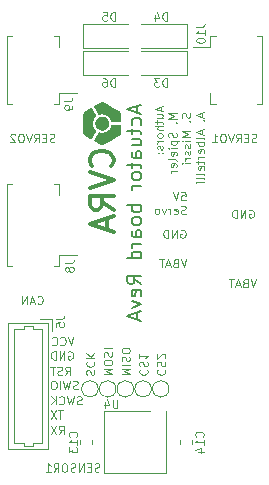
<source format=gbo>
G04 #@! TF.GenerationSoftware,KiCad,Pcbnew,(5.1.4-0-10_14)*
G04 #@! TF.CreationDate,2020-03-01T16:52:25+01:00*
G04 #@! TF.ProjectId,actuator-board,61637475-6174-46f7-922d-626f6172642e,A.1*
G04 #@! TF.SameCoordinates,Original*
G04 #@! TF.FileFunction,Legend,Bot*
G04 #@! TF.FilePolarity,Positive*
%FSLAX46Y46*%
G04 Gerber Fmt 4.6, Leading zero omitted, Abs format (unit mm)*
G04 Created by KiCad (PCBNEW (5.1.4-0-10_14)) date 2020-03-01 16:52:25*
%MOMM*%
%LPD*%
G04 APERTURE LIST*
%ADD10C,0.110000*%
%ADD11C,0.300000*%
%ADD12C,0.180000*%
%ADD13C,0.010000*%
%ADD14C,0.120000*%
G04 APERTURE END LIST*
D10*
X55995166Y-99383333D02*
X55895166Y-99416666D01*
X55728500Y-99416666D01*
X55661833Y-99383333D01*
X55628500Y-99350000D01*
X55595166Y-99283333D01*
X55595166Y-99216666D01*
X55628500Y-99150000D01*
X55661833Y-99116666D01*
X55728500Y-99083333D01*
X55861833Y-99050000D01*
X55928500Y-99016666D01*
X55961833Y-98983333D01*
X55995166Y-98916666D01*
X55995166Y-98850000D01*
X55961833Y-98783333D01*
X55928500Y-98750000D01*
X55861833Y-98716666D01*
X55695166Y-98716666D01*
X55595166Y-98750000D01*
X55295166Y-99050000D02*
X55061833Y-99050000D01*
X54961833Y-99416666D02*
X55295166Y-99416666D01*
X55295166Y-98716666D01*
X54961833Y-98716666D01*
X54661833Y-99416666D02*
X54661833Y-98716666D01*
X54261833Y-99416666D01*
X54261833Y-98716666D01*
X53961833Y-99383333D02*
X53861833Y-99416666D01*
X53695166Y-99416666D01*
X53628500Y-99383333D01*
X53595166Y-99350000D01*
X53561833Y-99283333D01*
X53561833Y-99216666D01*
X53595166Y-99150000D01*
X53628500Y-99116666D01*
X53695166Y-99083333D01*
X53828500Y-99050000D01*
X53895166Y-99016666D01*
X53928500Y-98983333D01*
X53961833Y-98916666D01*
X53961833Y-98850000D01*
X53928500Y-98783333D01*
X53895166Y-98750000D01*
X53828500Y-98716666D01*
X53661833Y-98716666D01*
X53561833Y-98750000D01*
X53128500Y-98716666D02*
X52995166Y-98716666D01*
X52928500Y-98750000D01*
X52861833Y-98816666D01*
X52828500Y-98950000D01*
X52828500Y-99183333D01*
X52861833Y-99316666D01*
X52928500Y-99383333D01*
X52995166Y-99416666D01*
X53128500Y-99416666D01*
X53195166Y-99383333D01*
X53261833Y-99316666D01*
X53295166Y-99183333D01*
X53295166Y-98950000D01*
X53261833Y-98816666D01*
X53195166Y-98750000D01*
X53128500Y-98716666D01*
X52128500Y-99416666D02*
X52361833Y-99083333D01*
X52528500Y-99416666D02*
X52528500Y-98716666D01*
X52261833Y-98716666D01*
X52195166Y-98750000D01*
X52161833Y-98783333D01*
X52128500Y-98850000D01*
X52128500Y-98950000D01*
X52161833Y-99016666D01*
X52195166Y-99050000D01*
X52261833Y-99083333D01*
X52528500Y-99083333D01*
X51461833Y-99416666D02*
X51861833Y-99416666D01*
X51661833Y-99416666D02*
X51661833Y-98716666D01*
X51728500Y-98816666D01*
X51795166Y-98883333D01*
X51861833Y-98916666D01*
X69295166Y-71483333D02*
X69195166Y-71516666D01*
X69028500Y-71516666D01*
X68961833Y-71483333D01*
X68928500Y-71450000D01*
X68895166Y-71383333D01*
X68895166Y-71316666D01*
X68928500Y-71250000D01*
X68961833Y-71216666D01*
X69028500Y-71183333D01*
X69161833Y-71150000D01*
X69228500Y-71116666D01*
X69261833Y-71083333D01*
X69295166Y-71016666D01*
X69295166Y-70950000D01*
X69261833Y-70883333D01*
X69228500Y-70850000D01*
X69161833Y-70816666D01*
X68995166Y-70816666D01*
X68895166Y-70850000D01*
X68595166Y-71150000D02*
X68361833Y-71150000D01*
X68261833Y-71516666D02*
X68595166Y-71516666D01*
X68595166Y-70816666D01*
X68261833Y-70816666D01*
X67561833Y-71516666D02*
X67795166Y-71183333D01*
X67961833Y-71516666D02*
X67961833Y-70816666D01*
X67695166Y-70816666D01*
X67628500Y-70850000D01*
X67595166Y-70883333D01*
X67561833Y-70950000D01*
X67561833Y-71050000D01*
X67595166Y-71116666D01*
X67628500Y-71150000D01*
X67695166Y-71183333D01*
X67961833Y-71183333D01*
X67361833Y-70816666D02*
X67128500Y-71516666D01*
X66895166Y-70816666D01*
X66528500Y-70816666D02*
X66395166Y-70816666D01*
X66328500Y-70850000D01*
X66261833Y-70916666D01*
X66228500Y-71050000D01*
X66228500Y-71283333D01*
X66261833Y-71416666D01*
X66328500Y-71483333D01*
X66395166Y-71516666D01*
X66528500Y-71516666D01*
X66595166Y-71483333D01*
X66661833Y-71416666D01*
X66695166Y-71283333D01*
X66695166Y-71050000D01*
X66661833Y-70916666D01*
X66595166Y-70850000D01*
X66528500Y-70816666D01*
X65561833Y-71516666D02*
X65961833Y-71516666D01*
X65761833Y-71516666D02*
X65761833Y-70816666D01*
X65828500Y-70916666D01*
X65895166Y-70983333D01*
X65961833Y-71016666D01*
X52195166Y-71483333D02*
X52095166Y-71516666D01*
X51928500Y-71516666D01*
X51861833Y-71483333D01*
X51828500Y-71450000D01*
X51795166Y-71383333D01*
X51795166Y-71316666D01*
X51828500Y-71250000D01*
X51861833Y-71216666D01*
X51928500Y-71183333D01*
X52061833Y-71150000D01*
X52128500Y-71116666D01*
X52161833Y-71083333D01*
X52195166Y-71016666D01*
X52195166Y-70950000D01*
X52161833Y-70883333D01*
X52128500Y-70850000D01*
X52061833Y-70816666D01*
X51895166Y-70816666D01*
X51795166Y-70850000D01*
X51495166Y-71150000D02*
X51261833Y-71150000D01*
X51161833Y-71516666D02*
X51495166Y-71516666D01*
X51495166Y-70816666D01*
X51161833Y-70816666D01*
X50461833Y-71516666D02*
X50695166Y-71183333D01*
X50861833Y-71516666D02*
X50861833Y-70816666D01*
X50595166Y-70816666D01*
X50528500Y-70850000D01*
X50495166Y-70883333D01*
X50461833Y-70950000D01*
X50461833Y-71050000D01*
X50495166Y-71116666D01*
X50528500Y-71150000D01*
X50595166Y-71183333D01*
X50861833Y-71183333D01*
X50261833Y-70816666D02*
X50028500Y-71516666D01*
X49795166Y-70816666D01*
X49428500Y-70816666D02*
X49295166Y-70816666D01*
X49228500Y-70850000D01*
X49161833Y-70916666D01*
X49128500Y-71050000D01*
X49128500Y-71283333D01*
X49161833Y-71416666D01*
X49228500Y-71483333D01*
X49295166Y-71516666D01*
X49428500Y-71516666D01*
X49495166Y-71483333D01*
X49561833Y-71416666D01*
X49595166Y-71283333D01*
X49595166Y-71050000D01*
X49561833Y-70916666D01*
X49495166Y-70850000D01*
X49428500Y-70816666D01*
X48861833Y-70883333D02*
X48828500Y-70850000D01*
X48761833Y-70816666D01*
X48595166Y-70816666D01*
X48528500Y-70850000D01*
X48495166Y-70883333D01*
X48461833Y-70950000D01*
X48461833Y-71016666D01*
X48495166Y-71116666D01*
X48895166Y-71516666D01*
X48461833Y-71516666D01*
X50761833Y-85150000D02*
X50795166Y-85183333D01*
X50895166Y-85216666D01*
X50961833Y-85216666D01*
X51061833Y-85183333D01*
X51128500Y-85116666D01*
X51161833Y-85050000D01*
X51195166Y-84916666D01*
X51195166Y-84816666D01*
X51161833Y-84683333D01*
X51128500Y-84616666D01*
X51061833Y-84550000D01*
X50961833Y-84516666D01*
X50895166Y-84516666D01*
X50795166Y-84550000D01*
X50761833Y-84583333D01*
X50495166Y-85016666D02*
X50161833Y-85016666D01*
X50561833Y-85216666D02*
X50328500Y-84516666D01*
X50095166Y-85216666D01*
X49861833Y-85216666D02*
X49861833Y-84516666D01*
X49461833Y-85216666D01*
X49461833Y-84516666D01*
X68695166Y-77250000D02*
X68761833Y-77216666D01*
X68861833Y-77216666D01*
X68961833Y-77250000D01*
X69028500Y-77316666D01*
X69061833Y-77383333D01*
X69095166Y-77516666D01*
X69095166Y-77616666D01*
X69061833Y-77750000D01*
X69028500Y-77816666D01*
X68961833Y-77883333D01*
X68861833Y-77916666D01*
X68795166Y-77916666D01*
X68695166Y-77883333D01*
X68661833Y-77850000D01*
X68661833Y-77616666D01*
X68795166Y-77616666D01*
X68361833Y-77916666D02*
X68361833Y-77216666D01*
X67961833Y-77916666D01*
X67961833Y-77216666D01*
X67628500Y-77916666D02*
X67628500Y-77216666D01*
X67461833Y-77216666D01*
X67361833Y-77250000D01*
X67295166Y-77316666D01*
X67261833Y-77383333D01*
X67228500Y-77516666D01*
X67228500Y-77616666D01*
X67261833Y-77750000D01*
X67295166Y-77816666D01*
X67361833Y-77883333D01*
X67461833Y-77916666D01*
X67628500Y-77916666D01*
X69261833Y-83116666D02*
X69028500Y-83816666D01*
X68795166Y-83116666D01*
X68328500Y-83450000D02*
X68228500Y-83483333D01*
X68195166Y-83516666D01*
X68161833Y-83583333D01*
X68161833Y-83683333D01*
X68195166Y-83750000D01*
X68228500Y-83783333D01*
X68295166Y-83816666D01*
X68561833Y-83816666D01*
X68561833Y-83116666D01*
X68328500Y-83116666D01*
X68261833Y-83150000D01*
X68228500Y-83183333D01*
X68195166Y-83250000D01*
X68195166Y-83316666D01*
X68228500Y-83383333D01*
X68261833Y-83416666D01*
X68328500Y-83450000D01*
X68561833Y-83450000D01*
X67895166Y-83616666D02*
X67561833Y-83616666D01*
X67961833Y-83816666D02*
X67728500Y-83116666D01*
X67495166Y-83816666D01*
X67361833Y-83116666D02*
X66961833Y-83116666D01*
X67161833Y-83816666D02*
X67161833Y-83116666D01*
X63361833Y-81416666D02*
X63128500Y-82116666D01*
X62895166Y-81416666D01*
X62428500Y-81750000D02*
X62328500Y-81783333D01*
X62295166Y-81816666D01*
X62261833Y-81883333D01*
X62261833Y-81983333D01*
X62295166Y-82050000D01*
X62328500Y-82083333D01*
X62395166Y-82116666D01*
X62661833Y-82116666D01*
X62661833Y-81416666D01*
X62428500Y-81416666D01*
X62361833Y-81450000D01*
X62328500Y-81483333D01*
X62295166Y-81550000D01*
X62295166Y-81616666D01*
X62328500Y-81683333D01*
X62361833Y-81716666D01*
X62428500Y-81750000D01*
X62661833Y-81750000D01*
X61995166Y-81916666D02*
X61661833Y-81916666D01*
X62061833Y-82116666D02*
X61828500Y-81416666D01*
X61595166Y-82116666D01*
X61461833Y-81416666D02*
X61061833Y-81416666D01*
X61261833Y-82116666D02*
X61261833Y-81416666D01*
X62895166Y-78950000D02*
X62961833Y-78916666D01*
X63061833Y-78916666D01*
X63161833Y-78950000D01*
X63228500Y-79016666D01*
X63261833Y-79083333D01*
X63295166Y-79216666D01*
X63295166Y-79316666D01*
X63261833Y-79450000D01*
X63228500Y-79516666D01*
X63161833Y-79583333D01*
X63061833Y-79616666D01*
X62995166Y-79616666D01*
X62895166Y-79583333D01*
X62861833Y-79550000D01*
X62861833Y-79316666D01*
X62995166Y-79316666D01*
X62561833Y-79616666D02*
X62561833Y-78916666D01*
X62161833Y-79616666D01*
X62161833Y-78916666D01*
X61828500Y-79616666D02*
X61828500Y-78916666D01*
X61661833Y-78916666D01*
X61561833Y-78950000D01*
X61495166Y-79016666D01*
X61461833Y-79083333D01*
X61428500Y-79216666D01*
X61428500Y-79316666D01*
X61461833Y-79450000D01*
X61495166Y-79516666D01*
X61561833Y-79583333D01*
X61661833Y-79616666D01*
X61828500Y-79616666D01*
X62928500Y-75736666D02*
X63261833Y-75736666D01*
X63295166Y-76070000D01*
X63261833Y-76036666D01*
X63195166Y-76003333D01*
X63028500Y-76003333D01*
X62961833Y-76036666D01*
X62928500Y-76070000D01*
X62895166Y-76136666D01*
X62895166Y-76303333D01*
X62928500Y-76370000D01*
X62961833Y-76403333D01*
X63028500Y-76436666D01*
X63195166Y-76436666D01*
X63261833Y-76403333D01*
X63295166Y-76370000D01*
X62695166Y-75736666D02*
X62461833Y-76436666D01*
X62228500Y-75736666D01*
X63295166Y-77563333D02*
X63195166Y-77596666D01*
X63028500Y-77596666D01*
X62961833Y-77563333D01*
X62928500Y-77530000D01*
X62895166Y-77463333D01*
X62895166Y-77396666D01*
X62928500Y-77330000D01*
X62961833Y-77296666D01*
X63028500Y-77263333D01*
X63161833Y-77230000D01*
X63228500Y-77196666D01*
X63261833Y-77163333D01*
X63295166Y-77096666D01*
X63295166Y-77030000D01*
X63261833Y-76963333D01*
X63228500Y-76930000D01*
X63161833Y-76896666D01*
X62995166Y-76896666D01*
X62895166Y-76930000D01*
X62328500Y-77563333D02*
X62395166Y-77596666D01*
X62528500Y-77596666D01*
X62595166Y-77563333D01*
X62628500Y-77496666D01*
X62628500Y-77230000D01*
X62595166Y-77163333D01*
X62528500Y-77130000D01*
X62395166Y-77130000D01*
X62328500Y-77163333D01*
X62295166Y-77230000D01*
X62295166Y-77296666D01*
X62628500Y-77363333D01*
X61995166Y-77596666D02*
X61995166Y-77130000D01*
X61995166Y-77263333D02*
X61961833Y-77196666D01*
X61928500Y-77163333D01*
X61861833Y-77130000D01*
X61795166Y-77130000D01*
X61628500Y-77130000D02*
X61461833Y-77596666D01*
X61295166Y-77130000D01*
X60928500Y-77596666D02*
X60995166Y-77563333D01*
X61028500Y-77530000D01*
X61061833Y-77463333D01*
X61061833Y-77263333D01*
X61028500Y-77196666D01*
X60995166Y-77163333D01*
X60928500Y-77130000D01*
X60828500Y-77130000D01*
X60761833Y-77163333D01*
X60728500Y-77196666D01*
X60695166Y-77263333D01*
X60695166Y-77463333D01*
X60728500Y-77530000D01*
X60761833Y-77563333D01*
X60828500Y-77596666D01*
X60928500Y-77596666D01*
X60950000Y-90761833D02*
X60916666Y-90795166D01*
X60883333Y-90895166D01*
X60883333Y-90961833D01*
X60916666Y-91061833D01*
X60983333Y-91128500D01*
X61050000Y-91161833D01*
X61183333Y-91195166D01*
X61283333Y-91195166D01*
X61416666Y-91161833D01*
X61483333Y-91128500D01*
X61550000Y-91061833D01*
X61583333Y-90961833D01*
X61583333Y-90895166D01*
X61550000Y-90795166D01*
X61516666Y-90761833D01*
X60916666Y-90495166D02*
X60883333Y-90395166D01*
X60883333Y-90228500D01*
X60916666Y-90161833D01*
X60950000Y-90128500D01*
X61016666Y-90095166D01*
X61083333Y-90095166D01*
X61150000Y-90128500D01*
X61183333Y-90161833D01*
X61216666Y-90228500D01*
X61250000Y-90361833D01*
X61283333Y-90428500D01*
X61316666Y-90461833D01*
X61383333Y-90495166D01*
X61450000Y-90495166D01*
X61516666Y-90461833D01*
X61550000Y-90428500D01*
X61583333Y-90361833D01*
X61583333Y-90195166D01*
X61550000Y-90095166D01*
X61516666Y-89828500D02*
X61550000Y-89795166D01*
X61583333Y-89728500D01*
X61583333Y-89561833D01*
X61550000Y-89495166D01*
X61516666Y-89461833D01*
X61450000Y-89428500D01*
X61383333Y-89428500D01*
X61283333Y-89461833D01*
X60883333Y-89861833D01*
X60883333Y-89428500D01*
X59450000Y-90761833D02*
X59416666Y-90795166D01*
X59383333Y-90895166D01*
X59383333Y-90961833D01*
X59416666Y-91061833D01*
X59483333Y-91128500D01*
X59550000Y-91161833D01*
X59683333Y-91195166D01*
X59783333Y-91195166D01*
X59916666Y-91161833D01*
X59983333Y-91128500D01*
X60050000Y-91061833D01*
X60083333Y-90961833D01*
X60083333Y-90895166D01*
X60050000Y-90795166D01*
X60016666Y-90761833D01*
X59416666Y-90495166D02*
X59383333Y-90395166D01*
X59383333Y-90228500D01*
X59416666Y-90161833D01*
X59450000Y-90128500D01*
X59516666Y-90095166D01*
X59583333Y-90095166D01*
X59650000Y-90128500D01*
X59683333Y-90161833D01*
X59716666Y-90228500D01*
X59750000Y-90361833D01*
X59783333Y-90428500D01*
X59816666Y-90461833D01*
X59883333Y-90495166D01*
X59950000Y-90495166D01*
X60016666Y-90461833D01*
X60050000Y-90428500D01*
X60083333Y-90361833D01*
X60083333Y-90195166D01*
X60050000Y-90095166D01*
X59383333Y-89428500D02*
X59383333Y-89828500D01*
X59383333Y-89628500D02*
X60083333Y-89628500D01*
X59983333Y-89695166D01*
X59916666Y-89761833D01*
X59883333Y-89828500D01*
X57883333Y-91161833D02*
X58583333Y-91161833D01*
X58083333Y-90928500D01*
X58583333Y-90695166D01*
X57883333Y-90695166D01*
X57883333Y-90361833D02*
X58583333Y-90361833D01*
X57916666Y-90061833D02*
X57883333Y-89961833D01*
X57883333Y-89795166D01*
X57916666Y-89728500D01*
X57950000Y-89695166D01*
X58016666Y-89661833D01*
X58083333Y-89661833D01*
X58150000Y-89695166D01*
X58183333Y-89728500D01*
X58216666Y-89795166D01*
X58250000Y-89928500D01*
X58283333Y-89995166D01*
X58316666Y-90028500D01*
X58383333Y-90061833D01*
X58450000Y-90061833D01*
X58516666Y-90028500D01*
X58550000Y-89995166D01*
X58583333Y-89928500D01*
X58583333Y-89761833D01*
X58550000Y-89661833D01*
X58583333Y-89228500D02*
X58583333Y-89095166D01*
X58550000Y-89028500D01*
X58483333Y-88961833D01*
X58350000Y-88928500D01*
X58116666Y-88928500D01*
X57983333Y-88961833D01*
X57916666Y-89028500D01*
X57883333Y-89095166D01*
X57883333Y-89228500D01*
X57916666Y-89295166D01*
X57983333Y-89361833D01*
X58116666Y-89395166D01*
X58350000Y-89395166D01*
X58483333Y-89361833D01*
X58550000Y-89295166D01*
X58583333Y-89228500D01*
X56383333Y-91161833D02*
X57083333Y-91161833D01*
X56583333Y-90928500D01*
X57083333Y-90695166D01*
X56383333Y-90695166D01*
X57083333Y-90228500D02*
X57083333Y-90095166D01*
X57050000Y-90028500D01*
X56983333Y-89961833D01*
X56850000Y-89928500D01*
X56616666Y-89928500D01*
X56483333Y-89961833D01*
X56416666Y-90028500D01*
X56383333Y-90095166D01*
X56383333Y-90228500D01*
X56416666Y-90295166D01*
X56483333Y-90361833D01*
X56616666Y-90395166D01*
X56850000Y-90395166D01*
X56983333Y-90361833D01*
X57050000Y-90295166D01*
X57083333Y-90228500D01*
X56416666Y-89661833D02*
X56383333Y-89561833D01*
X56383333Y-89395166D01*
X56416666Y-89328500D01*
X56450000Y-89295166D01*
X56516666Y-89261833D01*
X56583333Y-89261833D01*
X56650000Y-89295166D01*
X56683333Y-89328500D01*
X56716666Y-89395166D01*
X56750000Y-89528500D01*
X56783333Y-89595166D01*
X56816666Y-89628500D01*
X56883333Y-89661833D01*
X56950000Y-89661833D01*
X57016666Y-89628500D01*
X57050000Y-89595166D01*
X57083333Y-89528500D01*
X57083333Y-89361833D01*
X57050000Y-89261833D01*
X56383333Y-88961833D02*
X57083333Y-88961833D01*
X54916666Y-91195166D02*
X54883333Y-91095166D01*
X54883333Y-90928500D01*
X54916666Y-90861833D01*
X54950000Y-90828500D01*
X55016666Y-90795166D01*
X55083333Y-90795166D01*
X55150000Y-90828500D01*
X55183333Y-90861833D01*
X55216666Y-90928500D01*
X55250000Y-91061833D01*
X55283333Y-91128500D01*
X55316666Y-91161833D01*
X55383333Y-91195166D01*
X55450000Y-91195166D01*
X55516666Y-91161833D01*
X55550000Y-91128500D01*
X55583333Y-91061833D01*
X55583333Y-90895166D01*
X55550000Y-90795166D01*
X54950000Y-90095166D02*
X54916666Y-90128500D01*
X54883333Y-90228500D01*
X54883333Y-90295166D01*
X54916666Y-90395166D01*
X54983333Y-90461833D01*
X55050000Y-90495166D01*
X55183333Y-90528500D01*
X55283333Y-90528500D01*
X55416666Y-90495166D01*
X55483333Y-90461833D01*
X55550000Y-90395166D01*
X55583333Y-90295166D01*
X55583333Y-90228500D01*
X55550000Y-90128500D01*
X55516666Y-90095166D01*
X54883333Y-89795166D02*
X55583333Y-89795166D01*
X54883333Y-89395166D02*
X55283333Y-89695166D01*
X55583333Y-89395166D02*
X55183333Y-89795166D01*
X52571500Y-96216666D02*
X52804833Y-95883333D01*
X52971500Y-96216666D02*
X52971500Y-95516666D01*
X52704833Y-95516666D01*
X52638166Y-95550000D01*
X52604833Y-95583333D01*
X52571500Y-95650000D01*
X52571500Y-95750000D01*
X52604833Y-95816666D01*
X52638166Y-95850000D01*
X52704833Y-95883333D01*
X52971500Y-95883333D01*
X52338166Y-95516666D02*
X51871500Y-96216666D01*
X51871500Y-95516666D02*
X52338166Y-96216666D01*
X52904833Y-94216666D02*
X52504833Y-94216666D01*
X52704833Y-94916666D02*
X52704833Y-94216666D01*
X52338166Y-94216666D02*
X51871500Y-94916666D01*
X51871500Y-94216666D02*
X52338166Y-94916666D01*
X54504833Y-93683333D02*
X54404833Y-93716666D01*
X54238166Y-93716666D01*
X54171500Y-93683333D01*
X54138166Y-93650000D01*
X54104833Y-93583333D01*
X54104833Y-93516666D01*
X54138166Y-93450000D01*
X54171500Y-93416666D01*
X54238166Y-93383333D01*
X54371500Y-93350000D01*
X54438166Y-93316666D01*
X54471500Y-93283333D01*
X54504833Y-93216666D01*
X54504833Y-93150000D01*
X54471500Y-93083333D01*
X54438166Y-93050000D01*
X54371500Y-93016666D01*
X54204833Y-93016666D01*
X54104833Y-93050000D01*
X53871500Y-93016666D02*
X53704833Y-93716666D01*
X53571500Y-93216666D01*
X53438166Y-93716666D01*
X53271500Y-93016666D01*
X52604833Y-93650000D02*
X52638166Y-93683333D01*
X52738166Y-93716666D01*
X52804833Y-93716666D01*
X52904833Y-93683333D01*
X52971500Y-93616666D01*
X53004833Y-93550000D01*
X53038166Y-93416666D01*
X53038166Y-93316666D01*
X53004833Y-93183333D01*
X52971500Y-93116666D01*
X52904833Y-93050000D01*
X52804833Y-93016666D01*
X52738166Y-93016666D01*
X52638166Y-93050000D01*
X52604833Y-93083333D01*
X52304833Y-93716666D02*
X52304833Y-93016666D01*
X51904833Y-93716666D02*
X52204833Y-93316666D01*
X51904833Y-93016666D02*
X52304833Y-93416666D01*
X54171500Y-92383333D02*
X54071500Y-92416666D01*
X53904833Y-92416666D01*
X53838166Y-92383333D01*
X53804833Y-92350000D01*
X53771500Y-92283333D01*
X53771500Y-92216666D01*
X53804833Y-92150000D01*
X53838166Y-92116666D01*
X53904833Y-92083333D01*
X54038166Y-92050000D01*
X54104833Y-92016666D01*
X54138166Y-91983333D01*
X54171500Y-91916666D01*
X54171500Y-91850000D01*
X54138166Y-91783333D01*
X54104833Y-91750000D01*
X54038166Y-91716666D01*
X53871500Y-91716666D01*
X53771500Y-91750000D01*
X53538166Y-91716666D02*
X53371500Y-92416666D01*
X53238166Y-91916666D01*
X53104833Y-92416666D01*
X52938166Y-91716666D01*
X52671500Y-92416666D02*
X52671500Y-91716666D01*
X52204833Y-91716666D02*
X52071500Y-91716666D01*
X52004833Y-91750000D01*
X51938166Y-91816666D01*
X51904833Y-91950000D01*
X51904833Y-92183333D01*
X51938166Y-92316666D01*
X52004833Y-92383333D01*
X52071500Y-92416666D01*
X52204833Y-92416666D01*
X52271500Y-92383333D01*
X52338166Y-92316666D01*
X52371500Y-92183333D01*
X52371500Y-91950000D01*
X52338166Y-91816666D01*
X52271500Y-91750000D01*
X52204833Y-91716666D01*
X53104833Y-91216666D02*
X53338166Y-90883333D01*
X53504833Y-91216666D02*
X53504833Y-90516666D01*
X53238166Y-90516666D01*
X53171500Y-90550000D01*
X53138166Y-90583333D01*
X53104833Y-90650000D01*
X53104833Y-90750000D01*
X53138166Y-90816666D01*
X53171500Y-90850000D01*
X53238166Y-90883333D01*
X53504833Y-90883333D01*
X52838166Y-91183333D02*
X52738166Y-91216666D01*
X52571500Y-91216666D01*
X52504833Y-91183333D01*
X52471500Y-91150000D01*
X52438166Y-91083333D01*
X52438166Y-91016666D01*
X52471500Y-90950000D01*
X52504833Y-90916666D01*
X52571500Y-90883333D01*
X52704833Y-90850000D01*
X52771500Y-90816666D01*
X52804833Y-90783333D01*
X52838166Y-90716666D01*
X52838166Y-90650000D01*
X52804833Y-90583333D01*
X52771500Y-90550000D01*
X52704833Y-90516666D01*
X52538166Y-90516666D01*
X52438166Y-90550000D01*
X52238166Y-90516666D02*
X51838166Y-90516666D01*
X52038166Y-91216666D02*
X52038166Y-90516666D01*
X53371500Y-89250000D02*
X53438166Y-89216666D01*
X53538166Y-89216666D01*
X53638166Y-89250000D01*
X53704833Y-89316666D01*
X53738166Y-89383333D01*
X53771500Y-89516666D01*
X53771500Y-89616666D01*
X53738166Y-89750000D01*
X53704833Y-89816666D01*
X53638166Y-89883333D01*
X53538166Y-89916666D01*
X53471500Y-89916666D01*
X53371500Y-89883333D01*
X53338166Y-89850000D01*
X53338166Y-89616666D01*
X53471500Y-89616666D01*
X53038166Y-89916666D02*
X53038166Y-89216666D01*
X52638166Y-89916666D01*
X52638166Y-89216666D01*
X52304833Y-89916666D02*
X52304833Y-89216666D01*
X52138166Y-89216666D01*
X52038166Y-89250000D01*
X51971500Y-89316666D01*
X51938166Y-89383333D01*
X51904833Y-89516666D01*
X51904833Y-89616666D01*
X51938166Y-89750000D01*
X51971500Y-89816666D01*
X52038166Y-89883333D01*
X52138166Y-89916666D01*
X52304833Y-89916666D01*
X53804833Y-88016666D02*
X53571500Y-88716666D01*
X53338166Y-88016666D01*
X52704833Y-88650000D02*
X52738166Y-88683333D01*
X52838166Y-88716666D01*
X52904833Y-88716666D01*
X53004833Y-88683333D01*
X53071500Y-88616666D01*
X53104833Y-88550000D01*
X53138166Y-88416666D01*
X53138166Y-88316666D01*
X53104833Y-88183333D01*
X53071500Y-88116666D01*
X53004833Y-88050000D01*
X52904833Y-88016666D01*
X52838166Y-88016666D01*
X52738166Y-88050000D01*
X52704833Y-88083333D01*
X52004833Y-88650000D02*
X52038166Y-88683333D01*
X52138166Y-88716666D01*
X52204833Y-88716666D01*
X52304833Y-88683333D01*
X52371500Y-88616666D01*
X52404833Y-88550000D01*
X52438166Y-88416666D01*
X52438166Y-88316666D01*
X52404833Y-88183333D01*
X52371500Y-88116666D01*
X52304833Y-88050000D01*
X52204833Y-88016666D01*
X52138166Y-88016666D01*
X52038166Y-88050000D01*
X52004833Y-88083333D01*
D11*
X57014285Y-73504761D02*
X57109523Y-73409523D01*
X57204761Y-73123809D01*
X57204761Y-72933333D01*
X57109523Y-72647619D01*
X56919047Y-72457142D01*
X56728571Y-72361904D01*
X56347619Y-72266666D01*
X56061904Y-72266666D01*
X55680952Y-72361904D01*
X55490476Y-72457142D01*
X55300000Y-72647619D01*
X55204761Y-72933333D01*
X55204761Y-73123809D01*
X55300000Y-73409523D01*
X55395238Y-73504761D01*
X55204761Y-74076190D02*
X57204761Y-74742857D01*
X55204761Y-75409523D01*
X57204761Y-77219047D02*
X56252380Y-76552380D01*
X57204761Y-76076190D02*
X55204761Y-76076190D01*
X55204761Y-76838095D01*
X55300000Y-77028571D01*
X55395238Y-77123809D01*
X55585714Y-77219047D01*
X55871428Y-77219047D01*
X56061904Y-77123809D01*
X56157142Y-77028571D01*
X56252380Y-76838095D01*
X56252380Y-76076190D01*
X56633333Y-77980952D02*
X56633333Y-78933333D01*
X57204761Y-77790476D02*
X55204761Y-78457142D01*
X57204761Y-79123809D01*
D10*
X61176666Y-68504833D02*
X61176666Y-68838166D01*
X61376666Y-68438166D02*
X60676666Y-68671500D01*
X61376666Y-68904833D01*
X60910000Y-69438166D02*
X61376666Y-69438166D01*
X60910000Y-69138166D02*
X61276666Y-69138166D01*
X61343333Y-69171500D01*
X61376666Y-69238166D01*
X61376666Y-69338166D01*
X61343333Y-69404833D01*
X61310000Y-69438166D01*
X60910000Y-69671500D02*
X60910000Y-69938166D01*
X60676666Y-69771500D02*
X61276666Y-69771500D01*
X61343333Y-69804833D01*
X61376666Y-69871500D01*
X61376666Y-69938166D01*
X61376666Y-70171500D02*
X60676666Y-70171500D01*
X61376666Y-70471500D02*
X61010000Y-70471500D01*
X60943333Y-70438166D01*
X60910000Y-70371500D01*
X60910000Y-70271500D01*
X60943333Y-70204833D01*
X60976666Y-70171500D01*
X61376666Y-70904833D02*
X61343333Y-70838166D01*
X61310000Y-70804833D01*
X61243333Y-70771500D01*
X61043333Y-70771500D01*
X60976666Y-70804833D01*
X60943333Y-70838166D01*
X60910000Y-70904833D01*
X60910000Y-71004833D01*
X60943333Y-71071500D01*
X60976666Y-71104833D01*
X61043333Y-71138166D01*
X61243333Y-71138166D01*
X61310000Y-71104833D01*
X61343333Y-71071500D01*
X61376666Y-71004833D01*
X61376666Y-70904833D01*
X61376666Y-71438166D02*
X60910000Y-71438166D01*
X61043333Y-71438166D02*
X60976666Y-71471500D01*
X60943333Y-71504833D01*
X60910000Y-71571500D01*
X60910000Y-71638166D01*
X61343333Y-71838166D02*
X61376666Y-71904833D01*
X61376666Y-72038166D01*
X61343333Y-72104833D01*
X61276666Y-72138166D01*
X61243333Y-72138166D01*
X61176666Y-72104833D01*
X61143333Y-72038166D01*
X61143333Y-71938166D01*
X61110000Y-71871500D01*
X61043333Y-71838166D01*
X61010000Y-71838166D01*
X60943333Y-71871500D01*
X60910000Y-71938166D01*
X60910000Y-72038166D01*
X60943333Y-72104833D01*
X61310000Y-72438166D02*
X61343333Y-72471500D01*
X61376666Y-72438166D01*
X61343333Y-72404833D01*
X61310000Y-72438166D01*
X61376666Y-72438166D01*
X60943333Y-72438166D02*
X60976666Y-72471500D01*
X61010000Y-72438166D01*
X60976666Y-72404833D01*
X60943333Y-72438166D01*
X61010000Y-72438166D01*
X62536666Y-69071500D02*
X61836666Y-69071500D01*
X62336666Y-69304833D01*
X61836666Y-69538166D01*
X62536666Y-69538166D01*
X62470000Y-69871500D02*
X62503333Y-69904833D01*
X62536666Y-69871500D01*
X62503333Y-69838166D01*
X62470000Y-69871500D01*
X62536666Y-69871500D01*
X62503333Y-70704833D02*
X62536666Y-70804833D01*
X62536666Y-70971500D01*
X62503333Y-71038166D01*
X62470000Y-71071500D01*
X62403333Y-71104833D01*
X62336666Y-71104833D01*
X62270000Y-71071500D01*
X62236666Y-71038166D01*
X62203333Y-70971500D01*
X62170000Y-70838166D01*
X62136666Y-70771500D01*
X62103333Y-70738166D01*
X62036666Y-70704833D01*
X61970000Y-70704833D01*
X61903333Y-70738166D01*
X61870000Y-70771500D01*
X61836666Y-70838166D01*
X61836666Y-71004833D01*
X61870000Y-71104833D01*
X62070000Y-71404833D02*
X62770000Y-71404833D01*
X62103333Y-71404833D02*
X62070000Y-71471500D01*
X62070000Y-71604833D01*
X62103333Y-71671500D01*
X62136666Y-71704833D01*
X62203333Y-71738166D01*
X62403333Y-71738166D01*
X62470000Y-71704833D01*
X62503333Y-71671500D01*
X62536666Y-71604833D01*
X62536666Y-71471500D01*
X62503333Y-71404833D01*
X62536666Y-72038166D02*
X62070000Y-72038166D01*
X61836666Y-72038166D02*
X61870000Y-72004833D01*
X61903333Y-72038166D01*
X61870000Y-72071500D01*
X61836666Y-72038166D01*
X61903333Y-72038166D01*
X62503333Y-72638166D02*
X62536666Y-72571500D01*
X62536666Y-72438166D01*
X62503333Y-72371500D01*
X62436666Y-72338166D01*
X62170000Y-72338166D01*
X62103333Y-72371500D01*
X62070000Y-72438166D01*
X62070000Y-72571500D01*
X62103333Y-72638166D01*
X62170000Y-72671500D01*
X62236666Y-72671500D01*
X62303333Y-72338166D01*
X62536666Y-73071500D02*
X62503333Y-73004833D01*
X62436666Y-72971500D01*
X61836666Y-72971500D01*
X62503333Y-73604833D02*
X62536666Y-73538166D01*
X62536666Y-73404833D01*
X62503333Y-73338166D01*
X62436666Y-73304833D01*
X62170000Y-73304833D01*
X62103333Y-73338166D01*
X62070000Y-73404833D01*
X62070000Y-73538166D01*
X62103333Y-73604833D01*
X62170000Y-73638166D01*
X62236666Y-73638166D01*
X62303333Y-73304833D01*
X62536666Y-73938166D02*
X62070000Y-73938166D01*
X62203333Y-73938166D02*
X62136666Y-73971500D01*
X62103333Y-74004833D01*
X62070000Y-74071500D01*
X62070000Y-74138166D01*
X63663333Y-69038166D02*
X63696666Y-69138166D01*
X63696666Y-69304833D01*
X63663333Y-69371500D01*
X63630000Y-69404833D01*
X63563333Y-69438166D01*
X63496666Y-69438166D01*
X63430000Y-69404833D01*
X63396666Y-69371500D01*
X63363333Y-69304833D01*
X63330000Y-69171500D01*
X63296666Y-69104833D01*
X63263333Y-69071500D01*
X63196666Y-69038166D01*
X63130000Y-69038166D01*
X63063333Y-69071500D01*
X63030000Y-69104833D01*
X62996666Y-69171500D01*
X62996666Y-69338166D01*
X63030000Y-69438166D01*
X63630000Y-69738166D02*
X63663333Y-69771500D01*
X63696666Y-69738166D01*
X63663333Y-69704833D01*
X63630000Y-69738166D01*
X63696666Y-69738166D01*
X63696666Y-70604833D02*
X62996666Y-70604833D01*
X63496666Y-70838166D01*
X62996666Y-71071500D01*
X63696666Y-71071500D01*
X63696666Y-71404833D02*
X63230000Y-71404833D01*
X62996666Y-71404833D02*
X63030000Y-71371500D01*
X63063333Y-71404833D01*
X63030000Y-71438166D01*
X62996666Y-71404833D01*
X63063333Y-71404833D01*
X63663333Y-71704833D02*
X63696666Y-71771500D01*
X63696666Y-71904833D01*
X63663333Y-71971500D01*
X63596666Y-72004833D01*
X63563333Y-72004833D01*
X63496666Y-71971500D01*
X63463333Y-71904833D01*
X63463333Y-71804833D01*
X63430000Y-71738166D01*
X63363333Y-71704833D01*
X63330000Y-71704833D01*
X63263333Y-71738166D01*
X63230000Y-71804833D01*
X63230000Y-71904833D01*
X63263333Y-71971500D01*
X63663333Y-72271500D02*
X63696666Y-72338166D01*
X63696666Y-72471500D01*
X63663333Y-72538166D01*
X63596666Y-72571500D01*
X63563333Y-72571500D01*
X63496666Y-72538166D01*
X63463333Y-72471500D01*
X63463333Y-72371500D01*
X63430000Y-72304833D01*
X63363333Y-72271500D01*
X63330000Y-72271500D01*
X63263333Y-72304833D01*
X63230000Y-72371500D01*
X63230000Y-72471500D01*
X63263333Y-72538166D01*
X63696666Y-72871500D02*
X63230000Y-72871500D01*
X63363333Y-72871500D02*
X63296666Y-72904833D01*
X63263333Y-72938166D01*
X63230000Y-73004833D01*
X63230000Y-73071500D01*
X63696666Y-73304833D02*
X63230000Y-73304833D01*
X62996666Y-73304833D02*
X63030000Y-73271500D01*
X63063333Y-73304833D01*
X63030000Y-73338166D01*
X62996666Y-73304833D01*
X63063333Y-73304833D01*
X64656666Y-69038166D02*
X64656666Y-69371500D01*
X64856666Y-68971500D02*
X64156666Y-69204833D01*
X64856666Y-69438166D01*
X64790000Y-69671500D02*
X64823333Y-69704833D01*
X64856666Y-69671500D01*
X64823333Y-69638166D01*
X64790000Y-69671500D01*
X64856666Y-69671500D01*
X64656666Y-70504833D02*
X64656666Y-70838166D01*
X64856666Y-70438166D02*
X64156666Y-70671500D01*
X64856666Y-70904833D01*
X64856666Y-71238166D02*
X64823333Y-71171500D01*
X64756666Y-71138166D01*
X64156666Y-71138166D01*
X64856666Y-71504833D02*
X64156666Y-71504833D01*
X64423333Y-71504833D02*
X64390000Y-71571500D01*
X64390000Y-71704833D01*
X64423333Y-71771500D01*
X64456666Y-71804833D01*
X64523333Y-71838166D01*
X64723333Y-71838166D01*
X64790000Y-71804833D01*
X64823333Y-71771500D01*
X64856666Y-71704833D01*
X64856666Y-71571500D01*
X64823333Y-71504833D01*
X64823333Y-72404833D02*
X64856666Y-72338166D01*
X64856666Y-72204833D01*
X64823333Y-72138166D01*
X64756666Y-72104833D01*
X64490000Y-72104833D01*
X64423333Y-72138166D01*
X64390000Y-72204833D01*
X64390000Y-72338166D01*
X64423333Y-72404833D01*
X64490000Y-72438166D01*
X64556666Y-72438166D01*
X64623333Y-72104833D01*
X64856666Y-72738166D02*
X64390000Y-72738166D01*
X64523333Y-72738166D02*
X64456666Y-72771500D01*
X64423333Y-72804833D01*
X64390000Y-72871500D01*
X64390000Y-72938166D01*
X64390000Y-73071500D02*
X64390000Y-73338166D01*
X64156666Y-73171500D02*
X64756666Y-73171500D01*
X64823333Y-73204833D01*
X64856666Y-73271500D01*
X64856666Y-73338166D01*
X64823333Y-73838166D02*
X64856666Y-73771500D01*
X64856666Y-73638166D01*
X64823333Y-73571500D01*
X64756666Y-73538166D01*
X64490000Y-73538166D01*
X64423333Y-73571500D01*
X64390000Y-73638166D01*
X64390000Y-73771500D01*
X64423333Y-73838166D01*
X64490000Y-73871500D01*
X64556666Y-73871500D01*
X64623333Y-73538166D01*
X64856666Y-74271500D02*
X64823333Y-74204833D01*
X64756666Y-74171500D01*
X64156666Y-74171500D01*
X64856666Y-74638166D02*
X64823333Y-74571500D01*
X64756666Y-74538166D01*
X64156666Y-74538166D01*
X64856666Y-74904833D02*
X64390000Y-74904833D01*
X64156666Y-74904833D02*
X64190000Y-74871500D01*
X64223333Y-74904833D01*
X64190000Y-74938166D01*
X64156666Y-74904833D01*
X64223333Y-74904833D01*
D12*
X59200000Y-68445571D02*
X59200000Y-69017000D01*
X59542857Y-68331285D02*
X58342857Y-68731285D01*
X59542857Y-69131285D01*
X59485714Y-70045571D02*
X59542857Y-69931285D01*
X59542857Y-69702714D01*
X59485714Y-69588428D01*
X59428571Y-69531285D01*
X59314285Y-69474142D01*
X58971428Y-69474142D01*
X58857142Y-69531285D01*
X58800000Y-69588428D01*
X58742857Y-69702714D01*
X58742857Y-69931285D01*
X58800000Y-70045571D01*
X58742857Y-70388428D02*
X58742857Y-70845571D01*
X58342857Y-70559857D02*
X59371428Y-70559857D01*
X59485714Y-70617000D01*
X59542857Y-70731285D01*
X59542857Y-70845571D01*
X58742857Y-71759857D02*
X59542857Y-71759857D01*
X58742857Y-71245571D02*
X59371428Y-71245571D01*
X59485714Y-71302714D01*
X59542857Y-71417000D01*
X59542857Y-71588428D01*
X59485714Y-71702714D01*
X59428571Y-71759857D01*
X59542857Y-72845571D02*
X58914285Y-72845571D01*
X58800000Y-72788428D01*
X58742857Y-72674142D01*
X58742857Y-72445571D01*
X58800000Y-72331285D01*
X59485714Y-72845571D02*
X59542857Y-72731285D01*
X59542857Y-72445571D01*
X59485714Y-72331285D01*
X59371428Y-72274142D01*
X59257142Y-72274142D01*
X59142857Y-72331285D01*
X59085714Y-72445571D01*
X59085714Y-72731285D01*
X59028571Y-72845571D01*
X58742857Y-73245571D02*
X58742857Y-73702714D01*
X58342857Y-73417000D02*
X59371428Y-73417000D01*
X59485714Y-73474142D01*
X59542857Y-73588428D01*
X59542857Y-73702714D01*
X59542857Y-74274142D02*
X59485714Y-74159857D01*
X59428571Y-74102714D01*
X59314285Y-74045571D01*
X58971428Y-74045571D01*
X58857142Y-74102714D01*
X58800000Y-74159857D01*
X58742857Y-74274142D01*
X58742857Y-74445571D01*
X58800000Y-74559857D01*
X58857142Y-74617000D01*
X58971428Y-74674142D01*
X59314285Y-74674142D01*
X59428571Y-74617000D01*
X59485714Y-74559857D01*
X59542857Y-74445571D01*
X59542857Y-74274142D01*
X59542857Y-75188428D02*
X58742857Y-75188428D01*
X58971428Y-75188428D02*
X58857142Y-75245571D01*
X58800000Y-75302714D01*
X58742857Y-75417000D01*
X58742857Y-75531285D01*
X59542857Y-76845571D02*
X58342857Y-76845571D01*
X58800000Y-76845571D02*
X58742857Y-76959857D01*
X58742857Y-77188428D01*
X58800000Y-77302714D01*
X58857142Y-77359857D01*
X58971428Y-77417000D01*
X59314285Y-77417000D01*
X59428571Y-77359857D01*
X59485714Y-77302714D01*
X59542857Y-77188428D01*
X59542857Y-76959857D01*
X59485714Y-76845571D01*
X59542857Y-78102714D02*
X59485714Y-77988428D01*
X59428571Y-77931285D01*
X59314285Y-77874142D01*
X58971428Y-77874142D01*
X58857142Y-77931285D01*
X58800000Y-77988428D01*
X58742857Y-78102714D01*
X58742857Y-78274142D01*
X58800000Y-78388428D01*
X58857142Y-78445571D01*
X58971428Y-78502714D01*
X59314285Y-78502714D01*
X59428571Y-78445571D01*
X59485714Y-78388428D01*
X59542857Y-78274142D01*
X59542857Y-78102714D01*
X59542857Y-79531285D02*
X58914285Y-79531285D01*
X58800000Y-79474142D01*
X58742857Y-79359857D01*
X58742857Y-79131285D01*
X58800000Y-79017000D01*
X59485714Y-79531285D02*
X59542857Y-79417000D01*
X59542857Y-79131285D01*
X59485714Y-79017000D01*
X59371428Y-78959857D01*
X59257142Y-78959857D01*
X59142857Y-79017000D01*
X59085714Y-79131285D01*
X59085714Y-79417000D01*
X59028571Y-79531285D01*
X59542857Y-80102714D02*
X58742857Y-80102714D01*
X58971428Y-80102714D02*
X58857142Y-80159857D01*
X58800000Y-80217000D01*
X58742857Y-80331285D01*
X58742857Y-80445571D01*
X59542857Y-81359857D02*
X58342857Y-81359857D01*
X59485714Y-81359857D02*
X59542857Y-81245571D01*
X59542857Y-81017000D01*
X59485714Y-80902714D01*
X59428571Y-80845571D01*
X59314285Y-80788428D01*
X58971428Y-80788428D01*
X58857142Y-80845571D01*
X58800000Y-80902714D01*
X58742857Y-81017000D01*
X58742857Y-81245571D01*
X58800000Y-81359857D01*
X59542857Y-83531285D02*
X58971428Y-83131285D01*
X59542857Y-82845571D02*
X58342857Y-82845571D01*
X58342857Y-83302714D01*
X58400000Y-83417000D01*
X58457142Y-83474142D01*
X58571428Y-83531285D01*
X58742857Y-83531285D01*
X58857142Y-83474142D01*
X58914285Y-83417000D01*
X58971428Y-83302714D01*
X58971428Y-82845571D01*
X59485714Y-84502714D02*
X59542857Y-84388428D01*
X59542857Y-84159857D01*
X59485714Y-84045571D01*
X59371428Y-83988428D01*
X58914285Y-83988428D01*
X58800000Y-84045571D01*
X58742857Y-84159857D01*
X58742857Y-84388428D01*
X58800000Y-84502714D01*
X58914285Y-84559857D01*
X59028571Y-84559857D01*
X59142857Y-83988428D01*
X58742857Y-84959857D02*
X59542857Y-85245571D01*
X58742857Y-85531285D01*
X59200000Y-85931285D02*
X59200000Y-86502714D01*
X59542857Y-85817000D02*
X58342857Y-86217000D01*
X59542857Y-86617000D01*
D13*
G36*
X54627319Y-69995991D02*
G01*
X54627330Y-70081778D01*
X54627354Y-70159857D01*
X54627393Y-70230607D01*
X54627452Y-70294408D01*
X54627535Y-70351639D01*
X54627644Y-70402679D01*
X54627785Y-70447908D01*
X54627961Y-70487704D01*
X54628174Y-70522448D01*
X54628431Y-70552519D01*
X54628733Y-70578295D01*
X54629085Y-70600157D01*
X54629490Y-70618483D01*
X54629953Y-70633653D01*
X54630477Y-70646046D01*
X54631066Y-70656042D01*
X54631723Y-70664019D01*
X54632453Y-70670358D01*
X54633258Y-70675437D01*
X54634144Y-70679636D01*
X54635066Y-70683167D01*
X54650491Y-70730245D01*
X54668771Y-70770926D01*
X54690921Y-70807081D01*
X54717955Y-70840575D01*
X54724116Y-70847202D01*
X54735096Y-70858522D01*
X54745706Y-70868767D01*
X54756762Y-70878488D01*
X54769078Y-70888233D01*
X54783472Y-70898553D01*
X54800757Y-70909997D01*
X54821751Y-70923115D01*
X54847268Y-70938456D01*
X54878124Y-70956569D01*
X54915134Y-70978006D01*
X54936350Y-70990226D01*
X54972921Y-71011272D01*
X55012627Y-71034129D01*
X55053492Y-71057659D01*
X55093542Y-71080725D01*
X55130802Y-71102190D01*
X55163299Y-71120918D01*
X55171944Y-71125903D01*
X55276306Y-71186072D01*
X55465790Y-70857361D01*
X55493739Y-70808872D01*
X55520482Y-70762471D01*
X55545715Y-70718685D01*
X55569135Y-70678038D01*
X55590440Y-70641055D01*
X55609328Y-70608262D01*
X55625497Y-70580184D01*
X55638643Y-70557347D01*
X55648464Y-70540274D01*
X55654657Y-70529493D01*
X55656918Y-70525531D01*
X55654765Y-70521469D01*
X55647618Y-70513195D01*
X55636783Y-70502158D01*
X55630506Y-70496167D01*
X55582697Y-70446507D01*
X55537888Y-70390188D01*
X55497111Y-70328784D01*
X55461397Y-70263870D01*
X55431780Y-70197021D01*
X55427964Y-70187025D01*
X55403404Y-70109344D01*
X55386860Y-70029765D01*
X55378298Y-69949010D01*
X55377682Y-69867800D01*
X55384979Y-69786858D01*
X55400153Y-69706904D01*
X55423169Y-69628662D01*
X55453994Y-69552851D01*
X55459022Y-69542284D01*
X55494612Y-69476165D01*
X55534952Y-69415433D01*
X55581388Y-69358217D01*
X55621717Y-69315800D01*
X55635740Y-69301753D01*
X55647222Y-69289909D01*
X55654999Y-69281492D01*
X55657910Y-69277727D01*
X55657910Y-69277700D01*
X55655810Y-69273805D01*
X55649771Y-69263106D01*
X55640094Y-69246128D01*
X55627082Y-69223396D01*
X55611034Y-69195435D01*
X55592253Y-69162769D01*
X55571041Y-69125922D01*
X55547699Y-69085419D01*
X55522529Y-69041785D01*
X55495832Y-68995544D01*
X55469295Y-68949617D01*
X55441370Y-68901332D01*
X55414620Y-68855132D01*
X55389354Y-68811545D01*
X55365879Y-68771099D01*
X55344502Y-68734322D01*
X55325530Y-68701741D01*
X55309271Y-68673884D01*
X55296032Y-68651279D01*
X55286121Y-68634454D01*
X55279845Y-68623937D01*
X55277532Y-68620273D01*
X55273296Y-68621644D01*
X55262496Y-68626928D01*
X55245846Y-68635712D01*
X55224060Y-68647584D01*
X55197852Y-68662130D01*
X55167936Y-68678937D01*
X55135027Y-68697591D01*
X55099837Y-68717680D01*
X55063081Y-68738791D01*
X55025472Y-68760509D01*
X54987726Y-68782423D01*
X54950555Y-68804119D01*
X54914674Y-68825184D01*
X54880796Y-68845204D01*
X54849636Y-68863767D01*
X54821907Y-68880460D01*
X54798323Y-68894868D01*
X54779599Y-68906580D01*
X54766448Y-68915181D01*
X54760506Y-68919475D01*
X54722360Y-68955527D01*
X54689352Y-68997543D01*
X54662341Y-69044180D01*
X54642189Y-69094096D01*
X54636781Y-69112600D01*
X54627316Y-69148583D01*
X54627316Y-69902117D01*
X54627319Y-69995991D01*
X54627319Y-69995991D01*
G37*
X54627319Y-69995991D02*
X54627330Y-70081778D01*
X54627354Y-70159857D01*
X54627393Y-70230607D01*
X54627452Y-70294408D01*
X54627535Y-70351639D01*
X54627644Y-70402679D01*
X54627785Y-70447908D01*
X54627961Y-70487704D01*
X54628174Y-70522448D01*
X54628431Y-70552519D01*
X54628733Y-70578295D01*
X54629085Y-70600157D01*
X54629490Y-70618483D01*
X54629953Y-70633653D01*
X54630477Y-70646046D01*
X54631066Y-70656042D01*
X54631723Y-70664019D01*
X54632453Y-70670358D01*
X54633258Y-70675437D01*
X54634144Y-70679636D01*
X54635066Y-70683167D01*
X54650491Y-70730245D01*
X54668771Y-70770926D01*
X54690921Y-70807081D01*
X54717955Y-70840575D01*
X54724116Y-70847202D01*
X54735096Y-70858522D01*
X54745706Y-70868767D01*
X54756762Y-70878488D01*
X54769078Y-70888233D01*
X54783472Y-70898553D01*
X54800757Y-70909997D01*
X54821751Y-70923115D01*
X54847268Y-70938456D01*
X54878124Y-70956569D01*
X54915134Y-70978006D01*
X54936350Y-70990226D01*
X54972921Y-71011272D01*
X55012627Y-71034129D01*
X55053492Y-71057659D01*
X55093542Y-71080725D01*
X55130802Y-71102190D01*
X55163299Y-71120918D01*
X55171944Y-71125903D01*
X55276306Y-71186072D01*
X55465790Y-70857361D01*
X55493739Y-70808872D01*
X55520482Y-70762471D01*
X55545715Y-70718685D01*
X55569135Y-70678038D01*
X55590440Y-70641055D01*
X55609328Y-70608262D01*
X55625497Y-70580184D01*
X55638643Y-70557347D01*
X55648464Y-70540274D01*
X55654657Y-70529493D01*
X55656918Y-70525531D01*
X55654765Y-70521469D01*
X55647618Y-70513195D01*
X55636783Y-70502158D01*
X55630506Y-70496167D01*
X55582697Y-70446507D01*
X55537888Y-70390188D01*
X55497111Y-70328784D01*
X55461397Y-70263870D01*
X55431780Y-70197021D01*
X55427964Y-70187025D01*
X55403404Y-70109344D01*
X55386860Y-70029765D01*
X55378298Y-69949010D01*
X55377682Y-69867800D01*
X55384979Y-69786858D01*
X55400153Y-69706904D01*
X55423169Y-69628662D01*
X55453994Y-69552851D01*
X55459022Y-69542284D01*
X55494612Y-69476165D01*
X55534952Y-69415433D01*
X55581388Y-69358217D01*
X55621717Y-69315800D01*
X55635740Y-69301753D01*
X55647222Y-69289909D01*
X55654999Y-69281492D01*
X55657910Y-69277727D01*
X55657910Y-69277700D01*
X55655810Y-69273805D01*
X55649771Y-69263106D01*
X55640094Y-69246128D01*
X55627082Y-69223396D01*
X55611034Y-69195435D01*
X55592253Y-69162769D01*
X55571041Y-69125922D01*
X55547699Y-69085419D01*
X55522529Y-69041785D01*
X55495832Y-68995544D01*
X55469295Y-68949617D01*
X55441370Y-68901332D01*
X55414620Y-68855132D01*
X55389354Y-68811545D01*
X55365879Y-68771099D01*
X55344502Y-68734322D01*
X55325530Y-68701741D01*
X55309271Y-68673884D01*
X55296032Y-68651279D01*
X55286121Y-68634454D01*
X55279845Y-68623937D01*
X55277532Y-68620273D01*
X55273296Y-68621644D01*
X55262496Y-68626928D01*
X55245846Y-68635712D01*
X55224060Y-68647584D01*
X55197852Y-68662130D01*
X55167936Y-68678937D01*
X55135027Y-68697591D01*
X55099837Y-68717680D01*
X55063081Y-68738791D01*
X55025472Y-68760509D01*
X54987726Y-68782423D01*
X54950555Y-68804119D01*
X54914674Y-68825184D01*
X54880796Y-68845204D01*
X54849636Y-68863767D01*
X54821907Y-68880460D01*
X54798323Y-68894868D01*
X54779599Y-68906580D01*
X54766448Y-68915181D01*
X54760506Y-68919475D01*
X54722360Y-68955527D01*
X54689352Y-68997543D01*
X54662341Y-69044180D01*
X54642189Y-69094096D01*
X54636781Y-69112600D01*
X54627316Y-69148583D01*
X54627316Y-69902117D01*
X54627319Y-69995991D01*
G36*
X55655164Y-69965156D02*
G01*
X55660968Y-70005125D01*
X55661753Y-70008939D01*
X55679995Y-70075259D01*
X55705490Y-70137774D01*
X55737811Y-70196007D01*
X55776528Y-70249484D01*
X55821214Y-70297726D01*
X55871441Y-70340259D01*
X55926779Y-70376606D01*
X55986803Y-70406290D01*
X56034900Y-70423978D01*
X56067724Y-70433581D01*
X56097715Y-70440396D01*
X56127571Y-70444803D01*
X56159988Y-70447183D01*
X56197666Y-70447918D01*
X56204233Y-70447909D01*
X56244043Y-70446975D01*
X56278387Y-70444183D01*
X56310152Y-70439076D01*
X56342221Y-70431198D01*
X56375385Y-70420801D01*
X56437702Y-70395374D01*
X56495755Y-70362920D01*
X56549060Y-70323987D01*
X56597135Y-70279122D01*
X56639499Y-70228874D01*
X56675668Y-70173790D01*
X56705161Y-70114419D01*
X56727494Y-70051307D01*
X56737818Y-70009160D01*
X56743351Y-69974508D01*
X56746964Y-69935925D01*
X56748510Y-69896623D01*
X56747842Y-69859809D01*
X56745807Y-69835845D01*
X56733490Y-69769717D01*
X56713519Y-69706363D01*
X56686362Y-69646360D01*
X56652486Y-69590288D01*
X56612358Y-69538726D01*
X56566445Y-69492253D01*
X56515214Y-69451448D01*
X56459133Y-69416891D01*
X56398668Y-69389159D01*
X56379916Y-69382316D01*
X56330415Y-69367556D01*
X56282105Y-69358153D01*
X56231619Y-69353556D01*
X56200000Y-69352876D01*
X56135152Y-69356554D01*
X56071594Y-69367355D01*
X56010862Y-69384927D01*
X55954495Y-69408919D01*
X55954446Y-69408944D01*
X55918855Y-69429197D01*
X55881643Y-69454398D01*
X55845775Y-69482378D01*
X55814219Y-69510970D01*
X55812650Y-69512535D01*
X55766922Y-69564228D01*
X55728429Y-69620225D01*
X55697339Y-69680219D01*
X55673817Y-69743901D01*
X55662007Y-69790215D01*
X55655795Y-69830125D01*
X55652581Y-69874614D01*
X55652370Y-69920638D01*
X55655164Y-69965156D01*
X55655164Y-69965156D01*
G37*
X55655164Y-69965156D02*
X55660968Y-70005125D01*
X55661753Y-70008939D01*
X55679995Y-70075259D01*
X55705490Y-70137774D01*
X55737811Y-70196007D01*
X55776528Y-70249484D01*
X55821214Y-70297726D01*
X55871441Y-70340259D01*
X55926779Y-70376606D01*
X55986803Y-70406290D01*
X56034900Y-70423978D01*
X56067724Y-70433581D01*
X56097715Y-70440396D01*
X56127571Y-70444803D01*
X56159988Y-70447183D01*
X56197666Y-70447918D01*
X56204233Y-70447909D01*
X56244043Y-70446975D01*
X56278387Y-70444183D01*
X56310152Y-70439076D01*
X56342221Y-70431198D01*
X56375385Y-70420801D01*
X56437702Y-70395374D01*
X56495755Y-70362920D01*
X56549060Y-70323987D01*
X56597135Y-70279122D01*
X56639499Y-70228874D01*
X56675668Y-70173790D01*
X56705161Y-70114419D01*
X56727494Y-70051307D01*
X56737818Y-70009160D01*
X56743351Y-69974508D01*
X56746964Y-69935925D01*
X56748510Y-69896623D01*
X56747842Y-69859809D01*
X56745807Y-69835845D01*
X56733490Y-69769717D01*
X56713519Y-69706363D01*
X56686362Y-69646360D01*
X56652486Y-69590288D01*
X56612358Y-69538726D01*
X56566445Y-69492253D01*
X56515214Y-69451448D01*
X56459133Y-69416891D01*
X56398668Y-69389159D01*
X56379916Y-69382316D01*
X56330415Y-69367556D01*
X56282105Y-69358153D01*
X56231619Y-69353556D01*
X56200000Y-69352876D01*
X56135152Y-69356554D01*
X56071594Y-69367355D01*
X56010862Y-69384927D01*
X55954495Y-69408919D01*
X55954446Y-69408944D01*
X55918855Y-69429197D01*
X55881643Y-69454398D01*
X55845775Y-69482378D01*
X55814219Y-69510970D01*
X55812650Y-69512535D01*
X55766922Y-69564228D01*
X55728429Y-69620225D01*
X55697339Y-69680219D01*
X55673817Y-69743901D01*
X55662007Y-69790215D01*
X55655795Y-69830125D01*
X55652581Y-69874614D01*
X55652370Y-69920638D01*
X55655164Y-69965156D01*
G36*
X55555916Y-71344873D02*
G01*
X55566144Y-71351466D01*
X55582298Y-71361384D01*
X55603654Y-71374208D01*
X55629488Y-71389523D01*
X55659075Y-71406912D01*
X55691691Y-71425957D01*
X55726611Y-71446242D01*
X55763110Y-71467351D01*
X55800465Y-71488865D01*
X55837951Y-71510370D01*
X55874843Y-71531447D01*
X55910417Y-71551680D01*
X55943949Y-71570652D01*
X55974713Y-71587947D01*
X56001986Y-71603147D01*
X56025042Y-71615836D01*
X56043158Y-71625597D01*
X56055610Y-71632013D01*
X56059815Y-71633979D01*
X56107429Y-71650003D01*
X56158141Y-71659074D01*
X56210231Y-71661193D01*
X56261976Y-71656359D01*
X56311657Y-71644572D01*
X56340083Y-71634023D01*
X56347091Y-71630476D01*
X56360949Y-71622951D01*
X56381186Y-71611720D01*
X56407330Y-71597056D01*
X56438908Y-71579229D01*
X56475448Y-71558513D01*
X56516478Y-71535179D01*
X56561526Y-71509498D01*
X56610119Y-71481744D01*
X56661786Y-71452187D01*
X56716054Y-71421099D01*
X56772451Y-71388753D01*
X56830505Y-71355420D01*
X56889744Y-71321373D01*
X56949695Y-71286882D01*
X57009886Y-71252221D01*
X57069846Y-71217660D01*
X57129101Y-71183473D01*
X57187180Y-71149930D01*
X57243611Y-71117304D01*
X57297922Y-71085866D01*
X57349639Y-71055889D01*
X57398292Y-71027644D01*
X57443407Y-71001403D01*
X57484513Y-70977438D01*
X57521138Y-70956022D01*
X57552809Y-70937425D01*
X57579054Y-70921920D01*
X57599401Y-70909779D01*
X57613378Y-70901273D01*
X57620301Y-70896825D01*
X57652214Y-70870740D01*
X57682909Y-70838865D01*
X57710592Y-70803445D01*
X57733471Y-70766724D01*
X57746998Y-70738200D01*
X57751737Y-70726496D01*
X57755847Y-70716243D01*
X57759375Y-70706775D01*
X57762369Y-70697423D01*
X57764875Y-70687520D01*
X57766941Y-70676398D01*
X57768615Y-70663391D01*
X57769943Y-70647829D01*
X57770973Y-70629047D01*
X57771753Y-70606375D01*
X57772329Y-70579148D01*
X57772749Y-70546696D01*
X57773059Y-70508353D01*
X57773309Y-70463451D01*
X57773544Y-70411323D01*
X57773770Y-70360375D01*
X57775166Y-70056633D01*
X57009757Y-70056633D01*
X56998710Y-70100917D01*
X56974745Y-70179815D01*
X56943276Y-70255228D01*
X56904704Y-70326708D01*
X56859428Y-70393805D01*
X56807850Y-70456072D01*
X56750367Y-70513057D01*
X56687382Y-70564314D01*
X56619294Y-70609392D01*
X56546503Y-70647844D01*
X56489983Y-70671715D01*
X56430917Y-70691820D01*
X56372934Y-70706561D01*
X56313738Y-70716343D01*
X56251030Y-70721569D01*
X56200000Y-70722744D01*
X56157770Y-70722278D01*
X56121356Y-70720572D01*
X56088158Y-70717300D01*
X56055572Y-70712134D01*
X56020999Y-70704747D01*
X55985370Y-70695753D01*
X55966283Y-70690774D01*
X55950131Y-70686726D01*
X55938708Y-70684046D01*
X55933916Y-70683167D01*
X55929840Y-70686567D01*
X55923350Y-70695395D01*
X55917226Y-70705392D01*
X55910343Y-70717419D01*
X55900432Y-70734647D01*
X55888716Y-70754957D01*
X55876416Y-70776227D01*
X55873922Y-70780534D01*
X55860747Y-70803294D01*
X55844207Y-70831899D01*
X55824883Y-70865342D01*
X55803355Y-70902615D01*
X55780206Y-70942711D01*
X55756014Y-70984624D01*
X55731363Y-71027345D01*
X55706832Y-71069869D01*
X55683003Y-71111188D01*
X55660457Y-71150294D01*
X55639775Y-71186182D01*
X55621538Y-71217843D01*
X55606326Y-71244271D01*
X55594722Y-71264459D01*
X55593940Y-71265820D01*
X55581162Y-71288261D01*
X55569975Y-71308253D01*
X55561021Y-71324621D01*
X55554942Y-71336188D01*
X55552381Y-71341778D01*
X55552340Y-71342020D01*
X55555916Y-71344873D01*
X55555916Y-71344873D01*
G37*
X55555916Y-71344873D02*
X55566144Y-71351466D01*
X55582298Y-71361384D01*
X55603654Y-71374208D01*
X55629488Y-71389523D01*
X55659075Y-71406912D01*
X55691691Y-71425957D01*
X55726611Y-71446242D01*
X55763110Y-71467351D01*
X55800465Y-71488865D01*
X55837951Y-71510370D01*
X55874843Y-71531447D01*
X55910417Y-71551680D01*
X55943949Y-71570652D01*
X55974713Y-71587947D01*
X56001986Y-71603147D01*
X56025042Y-71615836D01*
X56043158Y-71625597D01*
X56055610Y-71632013D01*
X56059815Y-71633979D01*
X56107429Y-71650003D01*
X56158141Y-71659074D01*
X56210231Y-71661193D01*
X56261976Y-71656359D01*
X56311657Y-71644572D01*
X56340083Y-71634023D01*
X56347091Y-71630476D01*
X56360949Y-71622951D01*
X56381186Y-71611720D01*
X56407330Y-71597056D01*
X56438908Y-71579229D01*
X56475448Y-71558513D01*
X56516478Y-71535179D01*
X56561526Y-71509498D01*
X56610119Y-71481744D01*
X56661786Y-71452187D01*
X56716054Y-71421099D01*
X56772451Y-71388753D01*
X56830505Y-71355420D01*
X56889744Y-71321373D01*
X56949695Y-71286882D01*
X57009886Y-71252221D01*
X57069846Y-71217660D01*
X57129101Y-71183473D01*
X57187180Y-71149930D01*
X57243611Y-71117304D01*
X57297922Y-71085866D01*
X57349639Y-71055889D01*
X57398292Y-71027644D01*
X57443407Y-71001403D01*
X57484513Y-70977438D01*
X57521138Y-70956022D01*
X57552809Y-70937425D01*
X57579054Y-70921920D01*
X57599401Y-70909779D01*
X57613378Y-70901273D01*
X57620301Y-70896825D01*
X57652214Y-70870740D01*
X57682909Y-70838865D01*
X57710592Y-70803445D01*
X57733471Y-70766724D01*
X57746998Y-70738200D01*
X57751737Y-70726496D01*
X57755847Y-70716243D01*
X57759375Y-70706775D01*
X57762369Y-70697423D01*
X57764875Y-70687520D01*
X57766941Y-70676398D01*
X57768615Y-70663391D01*
X57769943Y-70647829D01*
X57770973Y-70629047D01*
X57771753Y-70606375D01*
X57772329Y-70579148D01*
X57772749Y-70546696D01*
X57773059Y-70508353D01*
X57773309Y-70463451D01*
X57773544Y-70411323D01*
X57773770Y-70360375D01*
X57775166Y-70056633D01*
X57009757Y-70056633D01*
X56998710Y-70100917D01*
X56974745Y-70179815D01*
X56943276Y-70255228D01*
X56904704Y-70326708D01*
X56859428Y-70393805D01*
X56807850Y-70456072D01*
X56750367Y-70513057D01*
X56687382Y-70564314D01*
X56619294Y-70609392D01*
X56546503Y-70647844D01*
X56489983Y-70671715D01*
X56430917Y-70691820D01*
X56372934Y-70706561D01*
X56313738Y-70716343D01*
X56251030Y-70721569D01*
X56200000Y-70722744D01*
X56157770Y-70722278D01*
X56121356Y-70720572D01*
X56088158Y-70717300D01*
X56055572Y-70712134D01*
X56020999Y-70704747D01*
X55985370Y-70695753D01*
X55966283Y-70690774D01*
X55950131Y-70686726D01*
X55938708Y-70684046D01*
X55933916Y-70683167D01*
X55929840Y-70686567D01*
X55923350Y-70695395D01*
X55917226Y-70705392D01*
X55910343Y-70717419D01*
X55900432Y-70734647D01*
X55888716Y-70754957D01*
X55876416Y-70776227D01*
X55873922Y-70780534D01*
X55860747Y-70803294D01*
X55844207Y-70831899D01*
X55824883Y-70865342D01*
X55803355Y-70902615D01*
X55780206Y-70942711D01*
X55756014Y-70984624D01*
X55731363Y-71027345D01*
X55706832Y-71069869D01*
X55683003Y-71111188D01*
X55660457Y-71150294D01*
X55639775Y-71186182D01*
X55621538Y-71217843D01*
X55606326Y-71244271D01*
X55594722Y-71264459D01*
X55593940Y-71265820D01*
X55581162Y-71288261D01*
X55569975Y-71308253D01*
X55561021Y-71324621D01*
X55554942Y-71336188D01*
X55552381Y-71341778D01*
X55552340Y-71342020D01*
X55555916Y-71344873D01*
G36*
X55551435Y-68461616D02*
G01*
X55557207Y-68471924D01*
X55566436Y-68488186D01*
X55578728Y-68509713D01*
X55593690Y-68535820D01*
X55610928Y-68565820D01*
X55630050Y-68599025D01*
X55650663Y-68634749D01*
X55657702Y-68646933D01*
X55682524Y-68689896D01*
X55709125Y-68735951D01*
X55736593Y-68783518D01*
X55764017Y-68831020D01*
X55790486Y-68876878D01*
X55815088Y-68919513D01*
X55836911Y-68957347D01*
X55848320Y-68977133D01*
X55866492Y-69008637D01*
X55883314Y-69037772D01*
X55898325Y-69063739D01*
X55911061Y-69085738D01*
X55921061Y-69102972D01*
X55927861Y-69114640D01*
X55930999Y-69119944D01*
X55931151Y-69120176D01*
X55935387Y-69119566D01*
X55946030Y-69116966D01*
X55961376Y-69112816D01*
X55976154Y-69108597D01*
X56011333Y-69099051D01*
X56044214Y-69091825D01*
X56077166Y-69086581D01*
X56112556Y-69082980D01*
X56152753Y-69080682D01*
X56176812Y-69079877D01*
X56236599Y-69079688D01*
X56290963Y-69082800D01*
X56342415Y-69089552D01*
X56393464Y-69100281D01*
X56446620Y-69115327D01*
X56451883Y-69116997D01*
X56527611Y-69145564D01*
X56599748Y-69181399D01*
X56667820Y-69223990D01*
X56731352Y-69272821D01*
X56789871Y-69327380D01*
X56842902Y-69387153D01*
X56889970Y-69451625D01*
X56930603Y-69520285D01*
X56964326Y-69592617D01*
X56990664Y-69668109D01*
X57002432Y-69713414D01*
X57009245Y-69743367D01*
X57774800Y-69743367D01*
X57774463Y-69452325D01*
X57774361Y-69392475D01*
X57774197Y-69340518D01*
X57773959Y-69295878D01*
X57773636Y-69257983D01*
X57773216Y-69226257D01*
X57772689Y-69200128D01*
X57772044Y-69179020D01*
X57771269Y-69162359D01*
X57770352Y-69149572D01*
X57769283Y-69140083D01*
X57768261Y-69134245D01*
X57752157Y-69078297D01*
X57729235Y-69027227D01*
X57699616Y-68981219D01*
X57663420Y-68940454D01*
X57620767Y-68905116D01*
X57613368Y-68899989D01*
X57605936Y-68895336D01*
X57591680Y-68886777D01*
X57571076Y-68874589D01*
X57544600Y-68859044D01*
X57512728Y-68840417D01*
X57475937Y-68818982D01*
X57434701Y-68795014D01*
X57389498Y-68768785D01*
X57340804Y-68740571D01*
X57289093Y-68710645D01*
X57234843Y-68679282D01*
X57178529Y-68646756D01*
X57120628Y-68613341D01*
X57061615Y-68579311D01*
X57001967Y-68544940D01*
X56942159Y-68510502D01*
X56882668Y-68476272D01*
X56823969Y-68442523D01*
X56766539Y-68409531D01*
X56710854Y-68377568D01*
X56657389Y-68346908D01*
X56606621Y-68317827D01*
X56559026Y-68290599D01*
X56515080Y-68265496D01*
X56475258Y-68242794D01*
X56440038Y-68222767D01*
X56409894Y-68205689D01*
X56385304Y-68191833D01*
X56366742Y-68181474D01*
X56354686Y-68174887D01*
X56350283Y-68172625D01*
X56319120Y-68159463D01*
X56289980Y-68150319D01*
X56260170Y-68144650D01*
X56226998Y-68141913D01*
X56195766Y-68141474D01*
X56170257Y-68141901D01*
X56150644Y-68142961D01*
X56134364Y-68144969D01*
X56118852Y-68148245D01*
X56101543Y-68153104D01*
X56101377Y-68153154D01*
X56080733Y-68160014D01*
X56059515Y-68168070D01*
X56041658Y-68175808D01*
X56038493Y-68177357D01*
X56032130Y-68180816D01*
X56019398Y-68187951D01*
X56001041Y-68198335D01*
X55977805Y-68211539D01*
X55950433Y-68227137D01*
X55919673Y-68244701D01*
X55886268Y-68263802D01*
X55850964Y-68284015D01*
X55814507Y-68304910D01*
X55777640Y-68326061D01*
X55741110Y-68347039D01*
X55705662Y-68367418D01*
X55672040Y-68386769D01*
X55640990Y-68404665D01*
X55613257Y-68420679D01*
X55589586Y-68434383D01*
X55570722Y-68445349D01*
X55557411Y-68453149D01*
X55550398Y-68457357D01*
X55549512Y-68457948D01*
X55551435Y-68461616D01*
X55551435Y-68461616D01*
G37*
X55551435Y-68461616D02*
X55557207Y-68471924D01*
X55566436Y-68488186D01*
X55578728Y-68509713D01*
X55593690Y-68535820D01*
X55610928Y-68565820D01*
X55630050Y-68599025D01*
X55650663Y-68634749D01*
X55657702Y-68646933D01*
X55682524Y-68689896D01*
X55709125Y-68735951D01*
X55736593Y-68783518D01*
X55764017Y-68831020D01*
X55790486Y-68876878D01*
X55815088Y-68919513D01*
X55836911Y-68957347D01*
X55848320Y-68977133D01*
X55866492Y-69008637D01*
X55883314Y-69037772D01*
X55898325Y-69063739D01*
X55911061Y-69085738D01*
X55921061Y-69102972D01*
X55927861Y-69114640D01*
X55930999Y-69119944D01*
X55931151Y-69120176D01*
X55935387Y-69119566D01*
X55946030Y-69116966D01*
X55961376Y-69112816D01*
X55976154Y-69108597D01*
X56011333Y-69099051D01*
X56044214Y-69091825D01*
X56077166Y-69086581D01*
X56112556Y-69082980D01*
X56152753Y-69080682D01*
X56176812Y-69079877D01*
X56236599Y-69079688D01*
X56290963Y-69082800D01*
X56342415Y-69089552D01*
X56393464Y-69100281D01*
X56446620Y-69115327D01*
X56451883Y-69116997D01*
X56527611Y-69145564D01*
X56599748Y-69181399D01*
X56667820Y-69223990D01*
X56731352Y-69272821D01*
X56789871Y-69327380D01*
X56842902Y-69387153D01*
X56889970Y-69451625D01*
X56930603Y-69520285D01*
X56964326Y-69592617D01*
X56990664Y-69668109D01*
X57002432Y-69713414D01*
X57009245Y-69743367D01*
X57774800Y-69743367D01*
X57774463Y-69452325D01*
X57774361Y-69392475D01*
X57774197Y-69340518D01*
X57773959Y-69295878D01*
X57773636Y-69257983D01*
X57773216Y-69226257D01*
X57772689Y-69200128D01*
X57772044Y-69179020D01*
X57771269Y-69162359D01*
X57770352Y-69149572D01*
X57769283Y-69140083D01*
X57768261Y-69134245D01*
X57752157Y-69078297D01*
X57729235Y-69027227D01*
X57699616Y-68981219D01*
X57663420Y-68940454D01*
X57620767Y-68905116D01*
X57613368Y-68899989D01*
X57605936Y-68895336D01*
X57591680Y-68886777D01*
X57571076Y-68874589D01*
X57544600Y-68859044D01*
X57512728Y-68840417D01*
X57475937Y-68818982D01*
X57434701Y-68795014D01*
X57389498Y-68768785D01*
X57340804Y-68740571D01*
X57289093Y-68710645D01*
X57234843Y-68679282D01*
X57178529Y-68646756D01*
X57120628Y-68613341D01*
X57061615Y-68579311D01*
X57001967Y-68544940D01*
X56942159Y-68510502D01*
X56882668Y-68476272D01*
X56823969Y-68442523D01*
X56766539Y-68409531D01*
X56710854Y-68377568D01*
X56657389Y-68346908D01*
X56606621Y-68317827D01*
X56559026Y-68290599D01*
X56515080Y-68265496D01*
X56475258Y-68242794D01*
X56440038Y-68222767D01*
X56409894Y-68205689D01*
X56385304Y-68191833D01*
X56366742Y-68181474D01*
X56354686Y-68174887D01*
X56350283Y-68172625D01*
X56319120Y-68159463D01*
X56289980Y-68150319D01*
X56260170Y-68144650D01*
X56226998Y-68141913D01*
X56195766Y-68141474D01*
X56170257Y-68141901D01*
X56150644Y-68142961D01*
X56134364Y-68144969D01*
X56118852Y-68148245D01*
X56101543Y-68153104D01*
X56101377Y-68153154D01*
X56080733Y-68160014D01*
X56059515Y-68168070D01*
X56041658Y-68175808D01*
X56038493Y-68177357D01*
X56032130Y-68180816D01*
X56019398Y-68187951D01*
X56001041Y-68198335D01*
X55977805Y-68211539D01*
X55950433Y-68227137D01*
X55919673Y-68244701D01*
X55886268Y-68263802D01*
X55850964Y-68284015D01*
X55814507Y-68304910D01*
X55777640Y-68326061D01*
X55741110Y-68347039D01*
X55705662Y-68367418D01*
X55672040Y-68386769D01*
X55640990Y-68404665D01*
X55613257Y-68420679D01*
X55589586Y-68434383D01*
X55570722Y-68445349D01*
X55557411Y-68453149D01*
X55550398Y-68457357D01*
X55549512Y-68457948D01*
X55551435Y-68461616D01*
D14*
X55410000Y-96737221D02*
X55410000Y-97062779D01*
X54390000Y-96737221D02*
X54390000Y-97062779D01*
X62790000Y-97062779D02*
X62790000Y-96737221D01*
X63810000Y-97062779D02*
X63810000Y-96737221D01*
X63400000Y-63800000D02*
X59550000Y-63800000D01*
X63400000Y-65800000D02*
X59550000Y-65800000D01*
X63400000Y-63800000D02*
X63400000Y-65800000D01*
X63400000Y-61500000D02*
X63400000Y-63500000D01*
X63400000Y-63500000D02*
X59550000Y-63500000D01*
X63400000Y-61500000D02*
X59550000Y-61500000D01*
X54600000Y-63500000D02*
X54600000Y-61500000D01*
X54600000Y-61500000D02*
X58450000Y-61500000D01*
X54600000Y-63500000D02*
X58450000Y-63500000D01*
X54600000Y-65800000D02*
X58450000Y-65800000D01*
X54600000Y-63800000D02*
X58450000Y-63800000D01*
X54600000Y-65800000D02*
X54600000Y-63800000D01*
X57400000Y-92400000D02*
G75*
G03X57400000Y-92400000I-700000J0D01*
G01*
X58900000Y-92400000D02*
G75*
G03X58900000Y-92400000I-700000J0D01*
G01*
X55900000Y-92400000D02*
G75*
G03X55900000Y-92400000I-700000J0D01*
G01*
X60400000Y-92400000D02*
G75*
G03X60400000Y-92400000I-700000J0D01*
G01*
X61900000Y-92400000D02*
G75*
G03X61900000Y-92400000I-700000J0D01*
G01*
X52160000Y-81985000D02*
X52610000Y-81985000D01*
X52610000Y-81985000D02*
X52610000Y-81035000D01*
X52610000Y-81035000D02*
X54100000Y-81035000D01*
X52160000Y-75015000D02*
X52610000Y-75015000D01*
X52610000Y-75015000D02*
X52610000Y-75965000D01*
X48640000Y-81985000D02*
X48190000Y-81985000D01*
X48190000Y-81985000D02*
X48190000Y-75015000D01*
X48190000Y-75015000D02*
X48640000Y-75015000D01*
X56400000Y-99500000D02*
X56400000Y-94300000D01*
X60300000Y-94300000D02*
X56400000Y-94300000D01*
X61600000Y-99500000D02*
X61600000Y-94300000D01*
X56400000Y-99500000D02*
X61600000Y-99500000D01*
X48240000Y-86790000D02*
X51660000Y-86790000D01*
X51660000Y-86790000D02*
X51660000Y-97510000D01*
X51660000Y-97510000D02*
X48240000Y-97510000D01*
X48240000Y-97510000D02*
X48240000Y-86790000D01*
X51150000Y-92150000D02*
X51150000Y-87300000D01*
X51150000Y-87300000D02*
X50400000Y-87300000D01*
X50400000Y-87300000D02*
X50400000Y-87100000D01*
X50400000Y-87100000D02*
X49600000Y-87100000D01*
X49600000Y-87100000D02*
X49600000Y-87300000D01*
X49600000Y-87300000D02*
X48750000Y-87300000D01*
X48750000Y-87300000D02*
X48750000Y-92150000D01*
X51150000Y-92150000D02*
X51150000Y-97000000D01*
X51150000Y-97000000D02*
X50400000Y-97000000D01*
X50400000Y-97000000D02*
X50400000Y-97200000D01*
X50400000Y-97200000D02*
X49600000Y-97200000D01*
X49600000Y-97200000D02*
X49600000Y-97000000D01*
X49600000Y-97000000D02*
X48750000Y-97000000D01*
X48750000Y-97000000D02*
X48750000Y-92150000D01*
X51950000Y-86500000D02*
X50950000Y-86500000D01*
X51950000Y-86500000D02*
X51950000Y-87500000D01*
X52160000Y-68260000D02*
X52610000Y-68260000D01*
X52610000Y-68260000D02*
X52610000Y-67310000D01*
X52610000Y-67310000D02*
X54100000Y-67310000D01*
X52160000Y-62540000D02*
X52610000Y-62540000D01*
X52610000Y-62540000D02*
X52610000Y-63490000D01*
X48640000Y-68260000D02*
X48190000Y-68260000D01*
X48190000Y-68260000D02*
X48190000Y-62540000D01*
X48190000Y-62540000D02*
X48640000Y-62540000D01*
X69810000Y-68260000D02*
X69360000Y-68260000D01*
X69810000Y-62540000D02*
X69810000Y-68260000D01*
X69360000Y-62540000D02*
X69810000Y-62540000D01*
X65390000Y-68260000D02*
X65390000Y-67310000D01*
X65840000Y-68260000D02*
X65390000Y-68260000D01*
X65390000Y-63490000D02*
X63900000Y-63490000D01*
X65390000Y-62540000D02*
X65390000Y-63490000D01*
X65840000Y-62540000D02*
X65390000Y-62540000D01*
D10*
X54050000Y-96450000D02*
X54083333Y-96416666D01*
X54116666Y-96316666D01*
X54116666Y-96250000D01*
X54083333Y-96150000D01*
X54016666Y-96083333D01*
X53950000Y-96050000D01*
X53816666Y-96016666D01*
X53716666Y-96016666D01*
X53583333Y-96050000D01*
X53516666Y-96083333D01*
X53450000Y-96150000D01*
X53416666Y-96250000D01*
X53416666Y-96316666D01*
X53450000Y-96416666D01*
X53483333Y-96450000D01*
X54116666Y-97116666D02*
X54116666Y-96716666D01*
X54116666Y-96916666D02*
X53416666Y-96916666D01*
X53516666Y-96850000D01*
X53583333Y-96783333D01*
X53616666Y-96716666D01*
X53416666Y-97350000D02*
X53416666Y-97783333D01*
X53683333Y-97550000D01*
X53683333Y-97650000D01*
X53716666Y-97716666D01*
X53750000Y-97750000D01*
X53816666Y-97783333D01*
X53983333Y-97783333D01*
X54050000Y-97750000D01*
X54083333Y-97716666D01*
X54116666Y-97650000D01*
X54116666Y-97450000D01*
X54083333Y-97383333D01*
X54050000Y-97350000D01*
X64750000Y-96450000D02*
X64783333Y-96416666D01*
X64816666Y-96316666D01*
X64816666Y-96250000D01*
X64783333Y-96150000D01*
X64716666Y-96083333D01*
X64650000Y-96050000D01*
X64516666Y-96016666D01*
X64416666Y-96016666D01*
X64283333Y-96050000D01*
X64216666Y-96083333D01*
X64150000Y-96150000D01*
X64116666Y-96250000D01*
X64116666Y-96316666D01*
X64150000Y-96416666D01*
X64183333Y-96450000D01*
X64816666Y-97116666D02*
X64816666Y-96716666D01*
X64816666Y-96916666D02*
X64116666Y-96916666D01*
X64216666Y-96850000D01*
X64283333Y-96783333D01*
X64316666Y-96716666D01*
X64350000Y-97716666D02*
X64816666Y-97716666D01*
X64083333Y-97550000D02*
X64583333Y-97383333D01*
X64583333Y-97816666D01*
X61716666Y-66816666D02*
X61716666Y-66116666D01*
X61550000Y-66116666D01*
X61450000Y-66150000D01*
X61383333Y-66216666D01*
X61350000Y-66283333D01*
X61316666Y-66416666D01*
X61316666Y-66516666D01*
X61350000Y-66650000D01*
X61383333Y-66716666D01*
X61450000Y-66783333D01*
X61550000Y-66816666D01*
X61716666Y-66816666D01*
X61083333Y-66116666D02*
X60650000Y-66116666D01*
X60883333Y-66383333D01*
X60783333Y-66383333D01*
X60716666Y-66416666D01*
X60683333Y-66450000D01*
X60650000Y-66516666D01*
X60650000Y-66683333D01*
X60683333Y-66750000D01*
X60716666Y-66783333D01*
X60783333Y-66816666D01*
X60983333Y-66816666D01*
X61050000Y-66783333D01*
X61083333Y-66750000D01*
X61716666Y-61216666D02*
X61716666Y-60516666D01*
X61550000Y-60516666D01*
X61450000Y-60550000D01*
X61383333Y-60616666D01*
X61350000Y-60683333D01*
X61316666Y-60816666D01*
X61316666Y-60916666D01*
X61350000Y-61050000D01*
X61383333Y-61116666D01*
X61450000Y-61183333D01*
X61550000Y-61216666D01*
X61716666Y-61216666D01*
X60716666Y-60750000D02*
X60716666Y-61216666D01*
X60883333Y-60483333D02*
X61050000Y-60983333D01*
X60616666Y-60983333D01*
X57316666Y-61216666D02*
X57316666Y-60516666D01*
X57150000Y-60516666D01*
X57050000Y-60550000D01*
X56983333Y-60616666D01*
X56950000Y-60683333D01*
X56916666Y-60816666D01*
X56916666Y-60916666D01*
X56950000Y-61050000D01*
X56983333Y-61116666D01*
X57050000Y-61183333D01*
X57150000Y-61216666D01*
X57316666Y-61216666D01*
X56283333Y-60516666D02*
X56616666Y-60516666D01*
X56650000Y-60850000D01*
X56616666Y-60816666D01*
X56550000Y-60783333D01*
X56383333Y-60783333D01*
X56316666Y-60816666D01*
X56283333Y-60850000D01*
X56250000Y-60916666D01*
X56250000Y-61083333D01*
X56283333Y-61150000D01*
X56316666Y-61183333D01*
X56383333Y-61216666D01*
X56550000Y-61216666D01*
X56616666Y-61183333D01*
X56650000Y-61150000D01*
X57316666Y-66816666D02*
X57316666Y-66116666D01*
X57150000Y-66116666D01*
X57050000Y-66150000D01*
X56983333Y-66216666D01*
X56950000Y-66283333D01*
X56916666Y-66416666D01*
X56916666Y-66516666D01*
X56950000Y-66650000D01*
X56983333Y-66716666D01*
X57050000Y-66783333D01*
X57150000Y-66816666D01*
X57316666Y-66816666D01*
X56316666Y-66116666D02*
X56450000Y-66116666D01*
X56516666Y-66150000D01*
X56550000Y-66183333D01*
X56616666Y-66283333D01*
X56650000Y-66416666D01*
X56650000Y-66683333D01*
X56616666Y-66750000D01*
X56583333Y-66783333D01*
X56516666Y-66816666D01*
X56383333Y-66816666D01*
X56316666Y-66783333D01*
X56283333Y-66750000D01*
X56250000Y-66683333D01*
X56250000Y-66516666D01*
X56283333Y-66450000D01*
X56316666Y-66416666D01*
X56383333Y-66383333D01*
X56516666Y-66383333D01*
X56583333Y-66416666D01*
X56616666Y-66450000D01*
X56650000Y-66516666D01*
X53116666Y-81766666D02*
X53616666Y-81766666D01*
X53716666Y-81733333D01*
X53783333Y-81666666D01*
X53816666Y-81566666D01*
X53816666Y-81500000D01*
X53416666Y-82200000D02*
X53383333Y-82133333D01*
X53350000Y-82100000D01*
X53283333Y-82066666D01*
X53250000Y-82066666D01*
X53183333Y-82100000D01*
X53150000Y-82133333D01*
X53116666Y-82200000D01*
X53116666Y-82333333D01*
X53150000Y-82400000D01*
X53183333Y-82433333D01*
X53250000Y-82466666D01*
X53283333Y-82466666D01*
X53350000Y-82433333D01*
X53383333Y-82400000D01*
X53416666Y-82333333D01*
X53416666Y-82200000D01*
X53450000Y-82133333D01*
X53483333Y-82100000D01*
X53550000Y-82066666D01*
X53683333Y-82066666D01*
X53750000Y-82100000D01*
X53783333Y-82133333D01*
X53816666Y-82200000D01*
X53816666Y-82333333D01*
X53783333Y-82400000D01*
X53750000Y-82433333D01*
X53683333Y-82466666D01*
X53550000Y-82466666D01*
X53483333Y-82433333D01*
X53450000Y-82400000D01*
X53416666Y-82333333D01*
X57533333Y-93316666D02*
X57533333Y-93883333D01*
X57500000Y-93950000D01*
X57466666Y-93983333D01*
X57400000Y-94016666D01*
X57266666Y-94016666D01*
X57200000Y-93983333D01*
X57166666Y-93950000D01*
X57133333Y-93883333D01*
X57133333Y-93316666D01*
X56500000Y-93550000D02*
X56500000Y-94016666D01*
X56666666Y-93283333D02*
X56833333Y-93783333D01*
X56400000Y-93783333D01*
X52316666Y-86466666D02*
X52816666Y-86466666D01*
X52916666Y-86433333D01*
X52983333Y-86366666D01*
X53016666Y-86266666D01*
X53016666Y-86200000D01*
X52316666Y-87133333D02*
X52316666Y-86800000D01*
X52650000Y-86766666D01*
X52616666Y-86800000D01*
X52583333Y-86866666D01*
X52583333Y-87033333D01*
X52616666Y-87100000D01*
X52650000Y-87133333D01*
X52716666Y-87166666D01*
X52883333Y-87166666D01*
X52950000Y-87133333D01*
X52983333Y-87100000D01*
X53016666Y-87033333D01*
X53016666Y-86866666D01*
X52983333Y-86800000D01*
X52950000Y-86766666D01*
X53016666Y-68066666D02*
X53516666Y-68066666D01*
X53616666Y-68033333D01*
X53683333Y-67966666D01*
X53716666Y-67866666D01*
X53716666Y-67800000D01*
X53716666Y-68433333D02*
X53716666Y-68566666D01*
X53683333Y-68633333D01*
X53650000Y-68666666D01*
X53550000Y-68733333D01*
X53416666Y-68766666D01*
X53150000Y-68766666D01*
X53083333Y-68733333D01*
X53050000Y-68700000D01*
X53016666Y-68633333D01*
X53016666Y-68500000D01*
X53050000Y-68433333D01*
X53083333Y-68400000D01*
X53150000Y-68366666D01*
X53316666Y-68366666D01*
X53383333Y-68400000D01*
X53416666Y-68433333D01*
X53450000Y-68500000D01*
X53450000Y-68633333D01*
X53416666Y-68700000D01*
X53383333Y-68733333D01*
X53316666Y-68766666D01*
X64216666Y-61733333D02*
X64716666Y-61733333D01*
X64816666Y-61700000D01*
X64883333Y-61633333D01*
X64916666Y-61533333D01*
X64916666Y-61466666D01*
X64916666Y-62433333D02*
X64916666Y-62033333D01*
X64916666Y-62233333D02*
X64216666Y-62233333D01*
X64316666Y-62166666D01*
X64383333Y-62100000D01*
X64416666Y-62033333D01*
X64216666Y-62866666D02*
X64216666Y-62933333D01*
X64250000Y-63000000D01*
X64283333Y-63033333D01*
X64350000Y-63066666D01*
X64483333Y-63100000D01*
X64650000Y-63100000D01*
X64783333Y-63066666D01*
X64850000Y-63033333D01*
X64883333Y-63000000D01*
X64916666Y-62933333D01*
X64916666Y-62866666D01*
X64883333Y-62800000D01*
X64850000Y-62766666D01*
X64783333Y-62733333D01*
X64650000Y-62700000D01*
X64483333Y-62700000D01*
X64350000Y-62733333D01*
X64283333Y-62766666D01*
X64250000Y-62800000D01*
X64216666Y-62866666D01*
M02*

</source>
